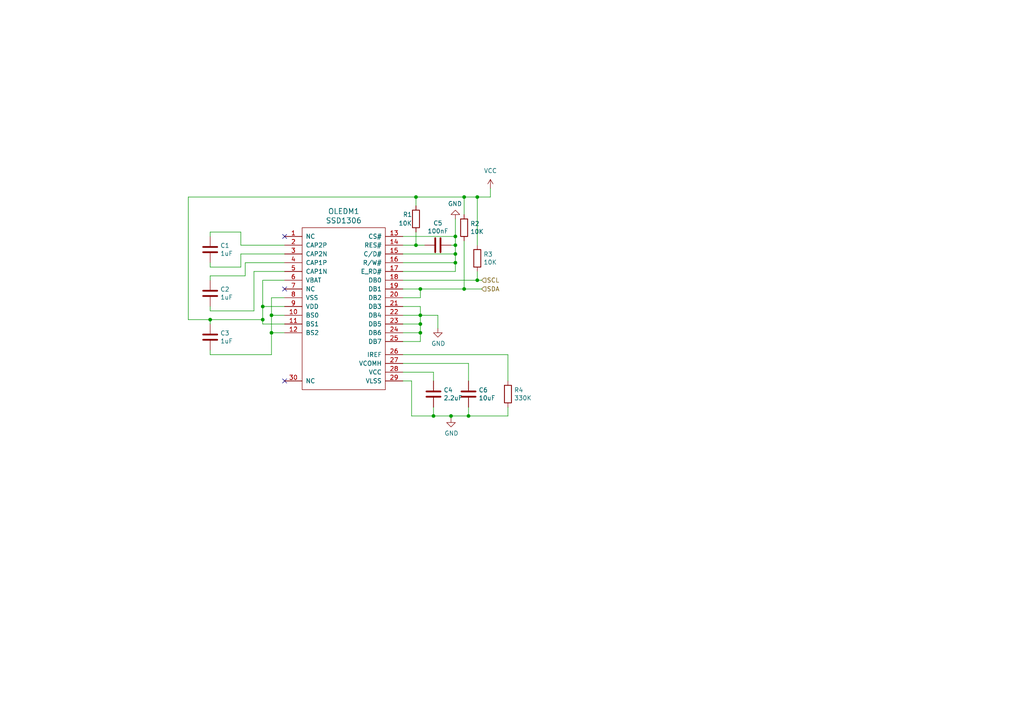
<source format=kicad_sch>
(kicad_sch (version 20240812) (generator "eeschema") (generator_version "8.99")
  (paper "A4")
  (title_block (title "SSD1306 OLED screen") (date "2024-08-31") (rev "1.0"))
  (lib_symbols
    (symbol "Bornhack-Make-Tradition-Badge-rescue:C" (pin_numbers hide) (pin_names (offset 0.254))
      (property "Reference" "C" (at 0.635 2.54 0))
      (property "Value" "C" (at 0.635 -2.54 0))
      (symbol "C_0_1"
        (polyline (pts (xy -2.032 0.762) (xy 2.032 0.762)) (stroke (width 0.508)))
        (polyline (pts (xy -2.032 -0.762) (xy 2.032 -0.762)) (stroke (width 0.508)))
      )
      (symbol "C_1_1"
        (pin passive line (at 0 3.81 270) (length 2.794) (name "~") (number "1"))
        (pin passive line (at 0 -3.81 90) (length 2.794) (name "~") (number "2"))
      )
    )
    (symbol "Bornhack-Make-Tradition-Badge-rescue:GND" (power) (pin_names (offset 0))
      (property "Value" "GND" (at 0 -3.81 0))
      (symbol "GND_0_1"
        (polyline (pts (xy 0 0) (xy 0 -1.27) (xy 1.27 -1.27) (xy 0 -2.54) (xy -1.27 -1.27) (xy 0 -1.27)))
      )
      (symbol "GND_1_1"
        (pin power_in line (at 0 0 270) (length 0) hide (name "GND") (number "1"))
      )
    )
    (symbol "Bornhack-Make-Tradition-Badge-rescue:R" (pin_numbers hide) (pin_names (offset 0))
      (property "Reference" "R" (at 2.032 0 90))
      (property "Value" "R" (at 0 0 90))
      (symbol "R_0_1"
        (rectangle (start -1.016 -2.54) (end 1.016 2.54) (stroke (width 0.254)))
      )
      (symbol "R_1_1"
        (pin passive line (at 0 3.81 270) (length 1.27) (name "~") (number "1"))
        (pin passive line (at 0 -3.81 90) (length 1.27) (name "~") (number "2"))
      )
    )
    (symbol "Bornhack-Make-Tradition-Badge-rescue:SSD1306" (pin_names (offset 1.016))
      (property "Reference" "OLEDM" (at -2.54 3.81 0))
      (property "Value" "SSD1306" (at -2.54 0 0))
      (symbol "SSD1306_0_1"
        (rectangle (start -13.97 21.59) (end 10.16 -25.4))
        (rectangle (start 10.16 -25.4) (end 10.16 -25.4))
      )
      (symbol "SSD1306_1_1"
        (pin passive line (at -19.05 19.05 0) (length 5.08) (name "NC") (number "1"))
        (pin bidirectional line (at -19.05 16.51 0) (length 5.08) (name "CAP2P") (number "2"))
        (pin bidirectional line (at -19.05 13.97 0) (length 5.08) (name "CAP2N") (number "3"))
        (pin bidirectional line (at -19.05 11.43 0) (length 5.08) (name "CAP1P") (number "4"))
        (pin bidirectional line (at -19.05 8.89 0) (length 5.08) (name "CAP1N") (number "5"))
        (pin power_in line (at -19.05 6.35 0) (length 5.08) (name "VBAT") (number "6"))
        (pin passive line (at -19.05 3.81 0) (length 5.08) (name "NC") (number "7"))
        (pin power_in line (at -19.05 1.27 0) (length 5.08) (name "VSS") (number "8"))
        (pin power_in line (at -19.05 -1.27 0) (length 5.08) (name "VDD") (number "9"))
        (pin input line (at -19.05 -3.81 0) (length 5.08) (name "BS0") (number "10"))
        (pin input line (at -19.05 -6.35 0) (length 5.08) (name "BS1") (number "11"))
        (pin input line (at -19.05 -8.89 0) (length 5.08) (name "BS2") (number "12"))
        (pin passive line (at -19.05 -22.86 0) (length 5.08) (name "NC") (number "30"))
        (pin input line (at 15.24 19.05 180) (length 5.08) (name "CS#") (number "13"))
        (pin output line (at 15.24 16.51 180) (length 5.08) (name "RES#") (number "14"))
        (pin input line (at 15.24 13.97 180) (length 5.08) (name "C/D#") (number "15"))
        (pin input line (at 15.24 11.43 180) (length 5.08) (name "R/W#") (number "16"))
        (pin input line (at 15.24 8.89 180) (length 5.08) (name "E_RD#") (number "17"))
        (pin input line (at 15.24 6.35 180) (length 5.08) (name "DB0") (number "18"))
        (pin input line (at 15.24 3.81 180) (length 5.08) (name "DB1") (number "19"))
        (pin input line (at 15.24 1.27 180) (length 5.08) (name "DB2") (number "20"))
        (pin input line (at 15.24 -1.27 180) (length 5.08) (name "DB3") (number "21"))
        (pin input line (at 15.24 -3.81 180) (length 5.08) (name "DB4") (number "22"))
        (pin input line (at 15.24 -6.35 180) (length 5.08) (name "DB5") (number "23"))
        (pin input line (at 15.24 -8.89 180) (length 5.08) (name "DB6") (number "24"))
        (pin input line (at 15.24 -11.43 180) (length 5.08) (name "DB7") (number "25"))
        (pin bidirectional line (at 15.24 -15.24 180) (length 5.08) (name "IREF") (number "26"))
        (pin bidirectional line (at 15.24 -17.78 180) (length 5.08) (name "VCOMH") (number "27"))
        (pin power_in line (at 15.24 -20.32 180) (length 5.08) (name "VCC") (number "28"))
        (pin power_in line (at 15.24 -22.86 180) (length 5.08) (name "VLSS") (number "29"))
      )
    )
    (symbol "power:VCC" (power) (pin_names (offset 0))
      (property "Value" "VCC" (at 0 3.81 0))
      (symbol "VCC_0_1"
        (polyline (pts (xy -0.762 1.27) (xy 0 2.54)))
        (polyline (pts (xy 0 2.54) (xy 0.762 1.27)))
        (polyline (pts (xy 0 0) (xy 0 2.54)))
      )
      (symbol "VCC_1_1"
        (pin power_in line (at 0 0 90) (length 0) hide (name "VCC") (number "1"))
      )
    )
  )
  (junction (at 76.2 88.9))
  (junction (at 134.62 83.82))
  (junction (at 130.81 120.65))
  (junction (at 132.08 68.58))
  (junction (at 132.08 71.12))
  (junction (at 121.92 93.98))
  (junction (at 76.2 92.71))
  (junction (at 134.62 57.15))
  (junction (at 138.43 57.15))
  (junction (at 60.96 92.71))
  (junction (at 78.74 91.44))
  (junction (at 121.92 96.52))
  (junction (at 125.73 120.65))
  (junction (at 135.89 120.65))
  (junction (at 121.92 91.44))
  (junction (at 78.74 96.52))
  (junction (at 121.92 83.82))
  (junction (at 120.65 71.12))
  (junction (at 132.08 76.2))
  (junction (at 132.08 73.66))
  (junction (at 138.43 81.28))
  (junction (at 120.65 57.15))
  (no_connect (at 82.55 68.58))
  (no_connect (at 82.55 83.82))
  (no_connect (at 82.55 110.49))
  (wire (pts (xy 132.08 68.58) (xy 132.08 71.12)))
  (wire (pts (xy 78.74 96.52) (xy 78.74 102.87)))
  (wire (pts (xy 132.08 73.66) (xy 132.08 76.2)))
  (wire (pts (xy 138.43 71.12) (xy 138.43 57.15)))
  (wire (pts (xy 60.96 102.87) (xy 78.74 102.87)))
  (wire (pts (xy 119.38 120.65) (xy 119.38 110.49)))
  (wire (pts (xy 134.62 83.82) (xy 139.7 83.82)))
  (wire (pts (xy 116.84 91.44) (xy 121.92 91.44)))
  (wire (pts (xy 82.55 71.12) (xy 69.85 71.12)))
  (wire (pts (xy 54.61 92.71) (xy 60.96 92.71)))
  (wire (pts (xy 116.84 83.82) (xy 121.92 83.82)))
  (wire (pts (xy 127 91.44) (xy 127 95.25)))
  (wire (pts (xy 116.84 93.98) (xy 121.92 93.98)))
  (wire (pts (xy 69.85 77.47) (xy 60.96 77.47)))
  (wire (pts (xy 116.84 68.58) (xy 132.08 68.58)))
  (wire (pts (xy 135.89 120.65) (xy 130.81 120.65)))
  (wire (pts (xy 139.7 81.28) (xy 138.43 81.28)))
  (wire (pts (xy 76.2 88.9) (xy 76.2 81.28)))
  (wire (pts (xy 130.81 120.65) (xy 125.73 120.65)))
  (wire (pts (xy 78.74 86.36) (xy 78.74 91.44)))
  (wire (pts (xy 78.74 91.44) (xy 78.74 96.52)))
  (wire (pts (xy 60.96 92.71) (xy 76.2 92.71)))
  (wire (pts (xy 60.96 67.31) (xy 60.96 68.58)))
  (wire (pts (xy 71.12 76.2) (xy 71.12 80.01)))
  (wire (pts (xy 130.81 121.285) (xy 130.81 120.65)))
  (wire (pts (xy 147.32 102.87) (xy 147.32 110.49)))
  (wire (pts (xy 116.84 86.36) (xy 121.92 86.36)))
  (wire (pts (xy 82.55 76.2) (xy 71.12 76.2)))
  (wire (pts (xy 135.89 118.11) (xy 135.89 120.65)))
  (wire (pts (xy 120.65 71.12) (xy 123.19 71.12)))
  (wire (pts (xy 76.2 81.28) (xy 82.55 81.28)))
  (wire (pts (xy 69.85 73.66) (xy 69.85 77.47)))
  (wire (pts (xy 82.55 86.36) (xy 78.74 86.36)))
  (wire (pts (xy 60.96 92.71) (xy 60.96 93.98)))
  (wire (pts (xy 60.96 77.47) (xy 60.96 76.2)))
  (wire (pts (xy 119.38 110.49) (xy 116.84 110.49)))
  (wire (pts (xy 116.84 73.66) (xy 132.08 73.66)))
  (wire (pts (xy 147.32 120.65) (xy 135.89 120.65)))
  (wire (pts (xy 121.92 91.44) (xy 127 91.44)))
  (wire (pts (xy 121.92 83.82) (xy 134.62 83.82)))
  (wire (pts (xy 132.08 63.5) (xy 132.08 68.58)))
  (wire (pts (xy 82.55 88.9) (xy 76.2 88.9)))
  (wire (pts (xy 121.92 86.36) (xy 121.92 83.82)))
  (wire (pts (xy 54.61 57.15) (xy 120.65 57.15)))
  (wire (pts (xy 132.08 71.12) (xy 132.08 73.66)))
  (wire (pts (xy 69.85 67.31) (xy 60.96 67.31)))
  (wire (pts (xy 121.92 96.52) (xy 121.92 99.06)))
  (wire (pts (xy 121.92 99.06) (xy 116.84 99.06)))
  (wire (pts (xy 71.12 80.01) (xy 60.96 80.01)))
  (wire (pts (xy 147.32 118.11) (xy 147.32 120.65)))
  (wire (pts (xy 76.2 92.71) (xy 76.2 88.9)))
  (wire (pts (xy 121.92 88.9) (xy 121.92 91.44)))
  (wire (pts (xy 138.43 81.28) (xy 116.84 81.28)))
  (wire (pts (xy 120.65 59.69) (xy 120.65 57.15)))
  (wire (pts (xy 132.08 76.2) (xy 132.08 78.74)))
  (wire (pts (xy 82.55 73.66) (xy 69.85 73.66)))
  (wire (pts (xy 73.66 78.74) (xy 82.55 78.74)))
  (wire (pts (xy 132.08 78.74) (xy 116.84 78.74)))
  (wire (pts (xy 116.84 76.2) (xy 132.08 76.2)))
  (wire (pts (xy 125.73 120.65) (xy 119.38 120.65)))
  (wire (pts (xy 60.96 88.9) (xy 60.96 90.17)))
  (wire (pts (xy 116.84 71.12) (xy 120.65 71.12)))
  (wire (pts (xy 125.73 118.11) (xy 125.73 120.65)))
  (wire (pts (xy 121.92 93.98) (xy 121.92 96.52)))
  (wire (pts (xy 134.62 62.23) (xy 134.62 57.15)))
  (wire (pts (xy 76.2 93.98) (xy 76.2 92.71)))
  (wire (pts (xy 82.55 96.52) (xy 78.74 96.52)))
  (wire (pts (xy 134.62 57.15) (xy 138.43 57.15)))
  (wire (pts (xy 138.43 57.15) (xy 142.24 57.15)))
  (wire (pts (xy 73.66 90.17) (xy 73.66 78.74)))
  (wire (pts (xy 116.84 96.52) (xy 121.92 96.52)))
  (wire (pts (xy 130.81 71.12) (xy 132.08 71.12)))
  (wire (pts (xy 142.24 57.15) (xy 142.24 54.61)))
  (wire (pts (xy 121.92 91.44) (xy 121.92 93.98)))
  (wire (pts (xy 138.43 78.74) (xy 138.43 81.28)))
  (wire (pts (xy 60.96 80.01) (xy 60.96 81.28)))
  (wire (pts (xy 116.84 107.95) (xy 125.73 107.95)))
  (wire (pts (xy 120.65 67.31) (xy 120.65 71.12)))
  (wire (pts (xy 54.61 92.71) (xy 54.61 57.15)))
  (wire (pts (xy 116.84 88.9) (xy 121.92 88.9)))
  (wire (pts (xy 82.55 91.44) (xy 78.74 91.44)))
  (wire (pts (xy 82.55 93.98) (xy 76.2 93.98)))
  (wire (pts (xy 120.65 57.15) (xy 134.62 57.15)))
  (wire (pts (xy 134.62 69.85) (xy 134.62 83.82)))
  (wire (pts (xy 125.73 107.95) (xy 125.73 110.49)))
  (wire (pts (xy 69.85 71.12) (xy 69.85 67.31)))
  (wire (pts (xy 60.96 101.6) (xy 60.96 102.87)))
  (wire (pts (xy 135.89 105.41) (xy 135.89 110.49)))
  (wire (pts (xy 116.84 105.41) (xy 135.89 105.41)))
  (wire (pts (xy 60.96 90.17) (xy 73.66 90.17)))
  (wire (pts (xy 116.84 102.87) (xy 147.32 102.87)))
  (hierarchical_label "SDA" (shape input) (at 139.7 83.82 0))
  (hierarchical_label "SCL" (shape input) (at 139.7 81.28 0))
  (symbol (lib_id "Bornhack-Make-Tradition-Badge-rescue:GND") (at 132.08 63.5 180) (unit 1)
    (property "Reference" "#PWR03" (effects (hide yes)))
    (property "Value" "GND" (at 131.953 59.1058 0))
    (instances (project "dmm_sao" (path "" (reference "#PWR03") (unit 1))) (project "dmm_sao" (path "" (reference "#PWR012") (unit 1))))
  )
  (symbol (lib_id "power:VCC") (at 142.24 54.61 0) (unit 1)
    (property "Reference" "#PWR04" (effects (hide yes)))
    (property "Value" "VCC" (at 142.24 49.53 0))
    (instances (project "dmm_sao" (path "" (reference "#PWR04") (unit 1))) (project "dmm_sao" (path "" (reference "#PWR013") (unit 1))))
  )
  (symbol (lib_id "Bornhack-Make-Tradition-Badge-rescue:SSD1306") (at 101.6 87.63 0) (unit 1)
    (property "Reference" "OLEDM1" (at 99.695 61.2902 0) (effects (font (size 1.524 1.524))))
    (property "Value" "SSD1306" (at 99.695 63.9826 0) (effects (font (size 1.524 1.524))))
    (property "Footprint" "Opto:IROP055-SSD1306Z-PADS-ONLY" (effects (hide yes)))
  )
  (symbol (lib_id "Bornhack-Make-Tradition-Badge-rescue:C") (at 135.89 114.3 0) (unit 1)
    (property "Reference" "C6" (at 138.811 113.1316 0) (effects (justify left)))
    (property "Value" "10uF" (at 138.811 115.443 0) (effects (justify left)))
    (property "Footprint" "Capacitor_SMD:C_0603_1608Metric" (effects (hide yes)))
  )
  (symbol (lib_id "Bornhack-Make-Tradition-Badge-rescue:R") (at 138.43 74.93 0) (unit 1)
    (property "Reference" "R3" (at 140.208 73.7616 0) (effects (justify left)))
    (property "Value" "10K" (at 140.208 76.073 0) (effects (justify left)))
    (property "Footprint" "Resistor_SMD:R_0603_1608Metric" (effects (hide yes)))
    (instances (project "dmm_sao" (path "" (reference "R3") (unit 1))) (project "dmm_sao" (path "" (reference "R7") (unit 1))))
  )
  (symbol (lib_id "Bornhack-Make-Tradition-Badge-rescue:GND") (at 127 95.25 0) (unit 1)
    (property "Reference" "#PWR01" (effects (hide yes)))
    (property "Value" "GND" (at 127.127 99.6442 0))
    (instances (project "dmm_sao" (path "" (reference "#PWR01") (unit 1))) (project "dmm_sao" (path "" (reference "#PWR010") (unit 1))))
  )
  (symbol (lib_id "Bornhack-Make-Tradition-Badge-rescue:C") (at 60.96 97.79 0) (unit 1)
    (property "Reference" "C3" (at 63.881 96.6216 0) (effects (justify left)))
    (property "Value" "1uF" (at 63.881 98.933 0) (effects (justify left)))
    (property "Footprint" "Capacitor_SMD:C_0603_1608Metric" (effects (hide yes)))
  )
  (symbol (lib_id "Bornhack-Make-Tradition-Badge-rescue:C") (at 127 71.12 270) (unit 1)
    (property "Reference" "C5" (at 127 64.7192 90))
    (property "Value" "100nF" (at 127 67.0306 90))
    (property "Footprint" "Capacitor_SMD:C_0603_1608Metric" (effects (hide yes)))
  )
  (symbol (lib_id "Bornhack-Make-Tradition-Badge-rescue:R") (at 147.32 114.3 0) (unit 1)
    (property "Reference" "R4" (at 149.098 113.1316 0) (effects (justify left)))
    (property "Value" "330K" (at 149.098 115.443 0) (effects (justify left)))
    (property "Footprint" "Resistor_SMD:R_0603_1608Metric" (effects (hide yes)))
    (instances (project "dmm_sao" (path "" (reference "R4") (unit 1))) (project "dmm_sao" (path "" (reference "R8") (unit 1))))
  )
  (symbol (lib_id "Bornhack-Make-Tradition-Badge-rescue:C") (at 60.96 72.39 0) (unit 1)
    (property "Reference" "C1" (at 63.881 71.2216 0) (effects (justify left)))
    (property "Value" "1uF" (at 63.881 73.533 0) (effects (justify left)))
    (property "Footprint" "Capacitor_SMD:C_0603_1608Metric" (effects (hide yes)))
  )
  (symbol (lib_id "Bornhack-Make-Tradition-Badge-rescue:R") (at 134.62 66.04 0) (unit 1)
    (property "Reference" "R2" (at 136.398 64.8716 0) (effects (justify left)))
    (property "Value" "10K" (at 136.398 67.183 0) (effects (justify left)))
    (property "Footprint" "Resistor_SMD:R_0603_1608Metric" (effects (hide yes)))
    (instances (project "dmm_sao" (path "" (reference "R2") (unit 1))) (project "dmm_sao" (path "" (reference "R6") (unit 1))))
  )
  (symbol (lib_id "Bornhack-Make-Tradition-Badge-rescue:C") (at 60.96 85.09 0) (unit 1)
    (property "Reference" "C2" (at 63.881 83.9216 0) (effects (justify left)))
    (property "Value" "1uF" (at 63.881 86.233 0) (effects (justify left)))
    (property "Footprint" "Capacitor_SMD:C_0603_1608Metric" (effects (hide yes)))
  )
  (symbol (lib_id "Bornhack-Make-Tradition-Badge-rescue:GND") (at 130.81 121.285 0) (unit 1)
    (property "Reference" "#PWR02" (effects (hide yes)))
    (property "Value" "GND" (at 130.937 125.6792 0))
    (instances (project "dmm_sao" (path "" (reference "#PWR02") (unit 1))) (project "dmm_sao" (path "" (reference "#PWR011") (unit 1))))
  )
  (symbol (lib_id "Bornhack-Make-Tradition-Badge-rescue:R") (at 120.65 63.5 0) (unit 1)
    (property "Reference" "R1" (at 116.84 62.23 0) (effects (justify left)))
    (property "Value" "10K" (at 115.57 64.77 0) (effects (justify left)))
    (property "Footprint" "Resistor_SMD:R_0603_1608Metric" (effects (hide yes)))
    (instances (project "dmm_sao" (path "" (reference "R1") (unit 1))) (project "dmm_sao" (path "" (reference "R5") (unit 1))))
  )
  (symbol (lib_id "Bornhack-Make-Tradition-Badge-rescue:C") (at 125.73 114.3 0) (unit 1)
    (property "Reference" "C4" (at 128.651 113.1316 0) (effects (justify left)))
    (property "Value" "2.2uF" (at 128.651 115.443 0) (effects (justify left)))
    (property "Footprint" "Capacitor_SMD:C_0603_1608Metric" (effects (hide yes)))
  )
)
</source>
